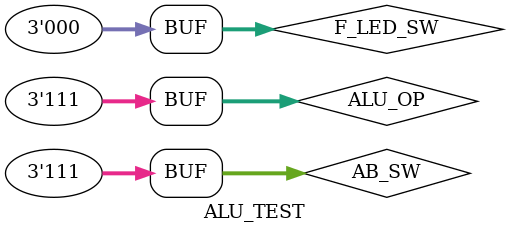
<source format=v>
`timescale 1ns / 1ps


module ALU_TEST;

	// Inputs
	reg [2:0] ALU_OP;
	reg [2:0] AB_SW;
	reg [2:0] F_LED_SW;

	// Outputs
	wire [7:0] LED;

	// Instantiate the Unit Under Test (UUT)
	ALU_M uut (
		.ALU_OP(ALU_OP), 
		.AB_SW(AB_SW), 
		.F_LED_SW(F_LED_SW), 
		.LED(LED)
	);

	initial begin
		// Initialize Inputs
		ALU_OP = 0;
		AB_SW = 0;
		F_LED_SW = 0;

		// Wait 100 ns for global reset to finish
		#100;
        
		// Add stimulus here
		ALU_OP = 001;
		AB_SW = 111;
		F_LED_SW = 001;
		
		#100
		ALU_OP = 010;
		AB_SW = 010;
		F_LED_SW = 000;
		
		#100
		ALU_OP = 011;
		AB_SW = 111;
		F_LED_SW = 000;
		
		#100
		ALU_OP = 100;
		AB_SW = 111;
		F_LED_SW = 000;
		
		#100
		ALU_OP = 101;
		AB_SW = 111;
		F_LED_SW = 000;
		
		#100
		ALU_OP = 110;
		AB_SW = 111;
		F_LED_SW = 000;
		
		#100
		ALU_OP = 111;
		AB_SW = 111;
		F_LED_SW = 000;
		
	end
      
endmodule


</source>
